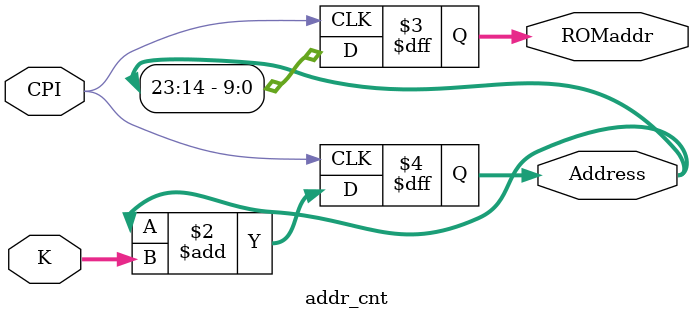
<source format=v>
module addr_cnt(//相位累加器
    input CPI,
    input [23:0] K,        // 扩展K到24位
    output reg [9:0] ROMaddr,
    output reg [23:0] Address // 相位累加器扩展为24位
);
    always @(posedge CPI) begin
        Address <= Address + K;
        ROMaddr <= Address[23:14]; // 取高10位作为ROM地址
    end
endmodule

</source>
